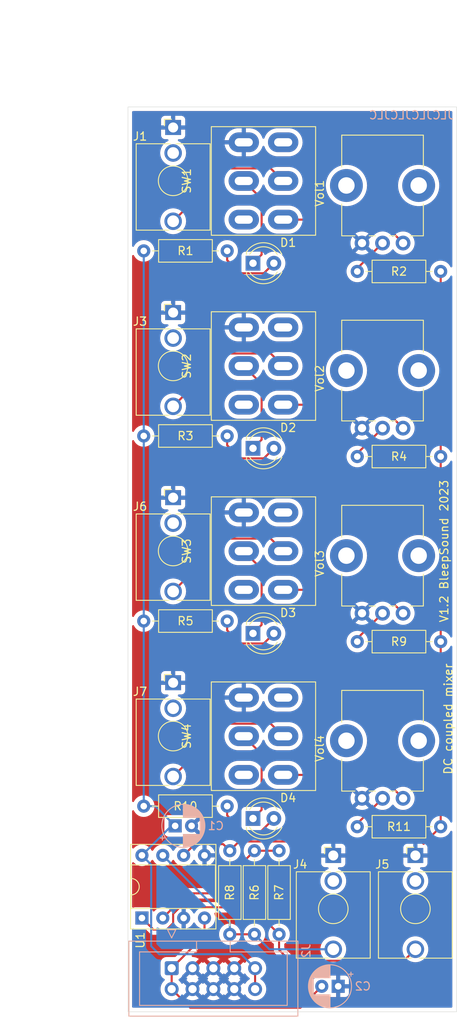
<source format=kicad_pcb>
(kicad_pcb (version 20221018) (generator pcbnew)
  (layers (0 "F.Cu" signal) (31 "B.Cu" signal) (34 "B.Paste" user) (35 "F.Paste" user) (36 "B.SilkS" user "B.Silkscreen") (37 "F.SilkS" user "F.Silkscreen") (38 "B.Mask" user) (39 "F.Mask" user) (44 "Edge.Cuts" user))
  (net 0 "")
  (net 1 "GND")
  (net 2 "+12V")
  (net 3 "-12V")
  (net 4 "Net-(D1-K)")
  (net 5 "Net-(D1-A)")
  (net 6 "Net-(J4-PadT)")
  (net 7 "Net-(J7-PadT)")
  (net 8 "Net-(D2-K)")
  (net 9 "Net-(D2-A)")
  (net 10 "Net-(R2-Pad2)")
  (net 11 "Net-(R4-Pad2)")
  (net 13 "Net-(D3-K)")
  (net 14 "Net-(R9-Pad2)")
  (net 15 "Net-(R11-Pad2)")
  (net 16 "Net-(D3-A)")
  (net 17 "Net-(D4-K)")
  (net 18 "Net-(D4-A)")
  (net 19 "Net-(U1B--)")
  (net 20 "Net-(U1A--)")
  (net 21 "Net-(J1-PadT)")
  (net 22 "Net-(J3-PadT)")
  (net 23 "Net-(J5-PadT)")
  (net 25 "Net-(J6-PadT)")
  (net 28 "Net-(SW1-C-Pad6)")
  (net 31 "Net-(SW2-C-Pad6)")
  (net 35 "Net-(SW3-C-Pad6)")
  (net 38 "Net-(SW4-C-Pad6)")
  (footprint "Kicad-perso:Pot-bourns-alpha" (layer "F.Cu") (at 63.5 92.55 90)
    (fp_text reference "Vol3" (at 6.05 -10.15 90) (layer "F.SilkS"))
    (fp_text value "10k")
    (pad "" np_thru_hole circle (at 7 -6.9 90) (size 4 4) (drill 2) (layers "F&B.Cu" "*.Mask"))
    (pad "" np_thru_hole circle (at 7 1.9 90) (size 4 4) (drill 2) (layers "*.Cu" "*.Mask"))
    (pad "1" thru_hole circle (at 0 -5 90) (size 1.8 1.8) (drill 1) (layers "*.Cu" "*.Mask") (net 1 "GND"))
    (pad "2" thru_hole circle (at 0 -2.5 90) (size 1.8 1.8) (drill 1) (layers "*.Cu" "*.Mask") (net 14 "Net-(R9-Pad2)"))
    (pad "3" thru_hole circle (at 0 0 90) (size 1.8 1.8) (drill 1) (layers "*.Cu" "*.Mask") (net 35 "Net-(SW3-C-Pad6)"))
  )
  (footprint "Kicad-perso:Pot-bourns-alpha" (layer "F.Cu") (at 63.5 115.05 90)
    (fp_text reference "Vol4" (at 6.05 -10.15 90) (layer "F.SilkS"))
    (fp_text value "10k")
    (pad "" np_thru_hole circle (at 7 -6.9 90) (size 4 4) (drill 2) (layers "F&B.Cu" "*.Mask"))
    (pad "" np_thru_hole circle (at 7 1.9 90) (size 4 4) (drill 2) (layers "*.Cu" "*.Mask"))
    (pad "1" thru_hole circle (at 0 -5 90) (size 1.8 1.8) (drill 1) (layers "*.Cu" "*.Mask") (net 1 "GND"))
    (pad "2" thru_hole circle (at 0 -2.5 90) (size 1.8 1.8) (drill 1) (layers "*.Cu" "*.Mask") (net 15 "Net-(R11-Pad2)"))
    (pad "3" thru_hole circle (at 0 0 90) (size 1.8 1.8) (drill 1) (layers "*.Cu" "*.Mask") (net 38 "Net-(SW4-C-Pad6)"))
  )
  (footprint "Kicad-perso:Thonkiconn" (layer "F.Cu") (at 55 122)
    (fp_text reference "J4" (at -4.03 1.08 180) (layer "F.SilkS"))
    (fp_text value "InvOut")
    (pad "S" thru_hole rect (at 0 0 180) (size 1.93 1.83) (drill 1.22) (layers "*.Cu" "*.Mask") (net 1 "GND"))
    (pad "T" thru_hole circle (at 0 11.4 180) (size 2.13 2.13) (drill 1.43) (layers "*.Cu" "*.Mask") (net 6 "Net-(J4-PadT)"))
    (pad "TN" thru_hole circle (at 0 3.1 180) (size 2.13 2.13) (drill 1.42) (layers "*.Cu" "*.Mask"))
  )
  (footprint "Kicad-perso:SW_DPDT_Toggle" (layer "F.Cu") (at 46.5 107.5 90)
    (fp_text reference "SW4" (at 0 -9.35 90) (layer "F.SilkS"))
    (fp_text value "Mute")
    (pad "1" thru_hole oval (at 4.7 -2.4 180) (size 3.7 2.4) (drill oval 2.2 1) (layers "*.Cu" "*.Mask") (net 1 "GND"))
    (pad "2" thru_hole oval (at 0 -2.4 180) (size 3.7 2.4) (drill oval 2.2 1) (layers "*.Cu" "*.Mask") (net 17 "Net-(D4-K)"))
    (pad "3" thru_hole oval (at -4.7 -2.4 180) (size 3.7 2.4) (drill oval 2.2 1) (layers "*.Cu" "*.Mask"))
    (pad "4" thru_hole oval (at 4.7 2.4 180) (size 3.7 2.4) (drill oval 2.2 1) (layers "*.Cu" "*.Mask"))
    (pad "5" thru_hole oval (at 0 2.4 180) (size 3.7 2.4) (drill oval 2.2 1) (layers "*.Cu" "*.Mask") (net 7 "Net-(J7-PadT)"))
    (pad "6" thru_hole oval (at -4.7 2.4 180) (size 3.7 2.4) (drill oval 2.2 1) (layers "*.Cu" "*.Mask") (net 38 "Net-(SW4-C-Pad6)"))
  )
  (footprint "Resistor_THT:R_Axial_DIN0207_L6.3mm_D2.5mm_P10.16mm_Horizontal" (layer "F.Cu") (at 42.4 131.58 90)
    (fp_text reference "R8" (at 5.08 0 90) (layer "F.SilkS"))
    (fp_text value "100k")
    (pad "1" thru_hole circle (at 0 0 90) (size 1.6 1.6) (drill 0.8) (layers "*.Cu" "*.Mask") (net 6 "Net-(J4-PadT)"))
    (pad "2" thru_hole oval (at 10.16 0 90) (size 1.6 1.6) (drill 0.8) (layers "*.Cu" "*.Mask") (net 19 "Net-(U1B--)"))
  )
  (footprint "LED_THT:LED_D4.0mm" (layer "F.Cu") (at 45.225 72.5)
    (fp_text reference "D2" (at 4.275 -2.5) (layer "F.SilkS"))
    (fp_text value "LED-mute")
    (pad "1" thru_hole rect (at 0 0) (size 1.8 1.8) (drill 0.9) (layers "*.Cu" "*.Mask") (net 8 "Net-(D2-K)"))
    (pad "2" thru_hole circle (at 2.54 0) (size 1.8 1.8) (drill 0.9) (layers "*.Cu" "*.Mask") (net 9 "Net-(D2-A)"))
  )
  (footprint "Resistor_THT:R_Axial_DIN0207_L6.3mm_D2.5mm_P10.16mm_Horizontal" (layer "F.Cu") (at 68.08 118.5 180)
    (fp_text reference "R11" (at 5.08 0) (layer "F.SilkS"))
    (fp_text value "100k")
    (pad "1" thru_hole circle (at 0 0 180) (size 1.6 1.6) (drill 0.8) (layers "*.Cu" "*.Mask") (net 19 "Net-(U1B--)"))
    (pad "2" thru_hole oval (at 10.16 0 180) (size 1.6 1.6) (drill 0.8) (layers "*.Cu" "*.Mask") (net 15 "Net-(R11-Pad2)"))
  )
  (footprint "Resistor_THT:R_Axial_DIN0207_L6.3mm_D2.5mm_P10.16mm_Horizontal" (layer "F.Cu") (at 68.08 96 180)
    (fp_text reference "R9" (at 5.08 0) (layer "F.SilkS"))
    (fp_text value "100k")
    (pad "1" thru_hole circle (at 0 0 180) (size 1.6 1.6) (drill 0.8) (layers "*.Cu" "*.Mask") (net 19 "Net-(U1B--)"))
    (pad "2" thru_hole oval (at 10.16 0 180) (size 1.6 1.6) (drill 0.8) (layers "*.Cu" "*.Mask") (net 14 "Net-(R9-Pad2)"))
  )
  (footprint "Kicad-perso:Pot-bourns-alpha" (layer "F.Cu") (at 63.5 70.05 90)
    (fp_text reference "Vol2" (at 6.05 -10.15 90) (layer "F.SilkS"))
    (fp_text value "10k")
    (pad "" np_thru_hole circle (at 7 -6.9 90) (size 4 4) (drill 2) (layers "F&B.Cu" "*.Mask"))
    (pad "" np_thru_hole circle (at 7 1.9 90) (size 4 4) (drill 2) (layers "*.Cu" "*.Mask"))
    (pad "1" thru_hole circle (at 0 -5 90) (size 1.8 1.8) (drill 1) (layers "*.Cu" "*.Mask") (net 1 "GND"))
    (pad "2" thru_hole circle (at 0 -2.5 90) (size 1.8 1.8) (drill 1) (layers "*.Cu" "*.Mask") (net 11 "Net-(R4-Pad2)"))
    (pad "3" thru_hole circle (at 0 0 90) (size 1.8 1.8) (drill 1) (layers "*.Cu" "*.Mask") (net 31 "Net-(SW2-C-Pad6)"))
  )
  (footprint "Resistor_THT:R_Axial_DIN0207_L6.3mm_D2.5mm_P10.16mm_Horizontal" (layer "F.Cu") (at 31.92 48.5)
    (fp_text reference "R1" (at 5.08 0) (layer "F.SilkS"))
    (fp_text value "4.7k")
    (pad "1" thru_hole circle (at 0 0) (size 1.6 1.6) (drill 0.8) (layers "*.Cu" "*.Mask") (net 2 "+12V"))
    (pad "2" thru_hole oval (at 10.16 0) (size 1.6 1.6) (drill 0.8) (layers "*.Cu" "*.Mask") (net 5 "Net-(D1-A)"))
  )
  (footprint "Kicad-perso:Thonkiconn" (layer "F.Cu") (at 35.5 56)
    (fp_text reference "J3" (at -4.03 1.08 180) (layer "F.SilkS"))
    (fp_text value "In")
    (pad "S" thru_hole rect (at 0 0 180) (size 1.93 1.83) (drill 1.22) (layers "*.Cu" "*.Mask") (net 1 "GND"))
    (pad "T" thru_hole circle (at 0 11.4 180) (size 2.13 2.13) (drill 1.43) (layers "*.Cu" "*.Mask") (net 22 "Net-(J3-PadT)"))
    (pad "TN" thru_hole circle (at 0 3.1 180) (size 2.13 2.13) (drill 1.42) (layers "*.Cu" "*.Mask"))
  )
  (footprint "Resistor_THT:R_Axial_DIN0207_L6.3mm_D2.5mm_P10.16mm_Horizontal" (layer "F.Cu") (at 31.92 116)
    (fp_text reference "R10" (at 5.08 0) (layer "F.SilkS"))
    (fp_text value "4.7k")
    (pad "1" thru_hole circle (at 0 0) (size 1.6 1.6) (drill 0.8) (layers "*.Cu" "*.Mask") (net 2 "+12V"))
    (pad "2" thru_hole oval (at 10.16 0) (size 1.6 1.6) (drill 0.8) (layers "*.Cu" "*.Mask") (net 18 "Net-(D4-A)"))
  )
  (footprint "LED_THT:LED_D4.0mm" (layer "F.Cu") (at 45.225 95)
    (fp_text reference "D3" (at 4.275 -2.5) (layer "F.SilkS"))
    (fp_text value "LED-mute")
    (pad "1" thru_hole rect (at 0 0) (size 1.8 1.8) (drill 0.9) (layers "*.Cu" "*.Mask") (net 13 "Net-(D3-K)"))
    (pad "2" thru_hole circle (at 2.54 0) (size 1.8 1.8) (drill 0.9) (layers "*.Cu" "*.Mask") (net 16 "Net-(D3-A)"))
  )
  (footprint "Kicad-perso:Thonkiconn" (layer "F.Cu") (at 35.5 78.5)
    (fp_text reference "J6" (at -4.03 1.08 180) (layer "F.SilkS"))
    (fp_text value "In")
    (pad "S" thru_hole rect (at 0 0 180) (size 1.93 1.83) (drill 1.22) (layers "*.Cu" "*.Mask") (net 1 "GND"))
    (pad "T" thru_hole circle (at 0 11.4 180) (size 2.13 2.13) (drill 1.43) (layers "*.Cu" "*.Mask") (net 25 "Net-(J6-PadT)"))
    (pad "TN" thru_hole circle (at 0 3.1 180) (size 2.13 2.13) (drill 1.42) (layers "*.Cu" "*.Mask"))
  )
  (footprint "Kicad-perso:Thonkiconn" (layer "F.Cu") (at 35.5 101)
    (fp_text reference "J7" (at -4.03 1.08 180) (layer "F.SilkS"))
    (fp_text value "In")
    (pad "S" thru_hole rect (at 0 0 180) (size 1.93 1.83) (drill 1.22) (layers "*.Cu" "*.Mask") (net 1 "GND"))
    (pad "T" thru_hole circle (at 0 11.4 180) (size 2.13 2.13) (drill 1.43) (layers "*.Cu" "*.Mask") (net 7 "Net-(J7-PadT)"))
    (pad "TN" thru_hole circle (at 0 3.1 180) (size 2.13 2.13) (drill 1.42) (layers "*.Cu" "*.Mask"))
  )
  (footprint "Resistor_THT:R_Axial_DIN0207_L6.3mm_D2.5mm_P10.16mm_Horizontal" (layer "F.Cu") (at 31.92 71)
    (fp_text reference "R3" (at 5.08 0) (layer "F.SilkS"))
    (fp_text value "4.7k")
    (pad "1" thru_hole circle (at 0 0) (size 1.6 1.6) (drill 0.8) (layers "*.Cu" "*.Mask") (net 2 "+12V"))
    (pad "2" thru_hole oval (at 10.16 0) (size 1.6 1.6) (drill 0.8) (layers "*.Cu" "*.Mask") (net 9 "Net-(D2-A)"))
  )
  (footprint "Kicad-perso:Thonkiconn" (layer "F.Cu") (at 35.5 33.5)
    (fp_text reference "J1" (at -4.03 1.08 180) (layer "F.SilkS"))
    (fp_text value "In")
    (pad "S" thru_hole rect (at 0 0 180) (size 1.93 1.83) (drill 1.22) (layers "*.Cu" "*.Mask") (net 1 "GND"))
    (pad "T" thru_hole circle (at 0 11.4 180) (size 2.13 2.13) (drill 1.43) (layers "*.Cu" "*.Mask") (net 21 "Net-(J1-PadT)"))
    (pad "TN" thru_hole circle (at 0 3.1 180) (size 2.13 2.13) (drill 1.42) (layers "*.Cu" "*.Mask"))
  )
  (footprint "Resistor_THT:R_Axial_DIN0207_L6.3mm_D2.5mm_P10.16mm_Horizontal" (layer "F.Cu") (at 48.4 131.58 90)
    (fp_text reference "R7" (at 5.08 0 90) (layer "F.SilkS"))
    (fp_text value "10k")
    (pad "1" thru_hole circle (at 0 0 90) (size 1.6 1.6) (drill 0.8) (layers "*.Cu" "*.Mask") (net 23 "Net-(J5-PadT)"))
    (pad "2" thru_hole oval (at 10.16 0 90) (size 1.6 1.6) (drill 0.8) (layers "*.Cu" "*.Mask") (net 20 "Net-(U1A--)"))
  )
  (footprint "Kicad-perso:SW_DPDT_Toggle" (layer "F.Cu") (at 46.5 40 90)
    (fp_text reference "SW1" (at 0 -9.35 90) (layer "F.SilkS"))
    (fp_text value "Mute")
    (pad "1" thru_hole oval (at 4.7 -2.4 180) (size 3.7 2.4) (drill oval 2.2 1) (layers "*.Cu" "*.Mask") (net 1 "GND"))
    (pad "2" thru_hole oval (at 0 -2.4 180) (size 3.7 2.4) (drill oval 2.2 1) (layers "*.Cu" "*.Mask") (net 4 "Net-(D1-K)"))
    (pad "3" thru_hole oval (at -4.7 -2.4 180) (size 3.7 2.4) (drill oval 2.2 1) (layers "*.Cu" "*.Mask"))
    (pad "4" thru_hole oval (at 4.7 2.4 180) (size 3.7 2.4) (drill oval 2.2 1) (layers "*.Cu" "*.Mask"))
    (pad "5" thru_hole oval (at 0 2.4 180) (size 3.7 2.4) (drill oval 2.2 1) (layers "*.Cu" "*.Mask") (net 21 "Net-(J1-PadT)"))
    (pad "6" thru_hole oval (at -4.7 2.4 180) (size 3.7 2.4) (drill oval 2.2 1) (layers "*.Cu" "*.Mask") (net 28 "Net-(SW1-C-Pad6)"))
  )
  (footprint "Kicad-perso:Pot-bourns-alpha" (layer "F.Cu") (at 63.5 47.55 90)
    (fp_text reference "Vol1" (at 6.05 -10.15 90) (layer "F.SilkS"))
    (fp_text value "10k")
    (pad "" np_thru_hole circle (at 7 -6.9 90) (size 4 4) (drill 2) (layers "F&B.Cu" "*.Mask"))
    (pad "" np_thru_hole circle (at 7 1.9 90) (size 4 4) (drill 2) (layers "*.Cu" "*.Mask"))
    (pad "1" thru_hole circle (at 0 -5 90) (size 1.8 1.8) (drill 1) (layers "*.Cu" "*.Mask") (net 1 "GND"))
    (pad "2" thru_hole circle (at 0 -2.5 90) (size 1.8 1.8) (drill 1) (layers "*.Cu" "*.Mask") (net 10 "Net-(R2-Pad2)"))
    (pad "3" thru_hole circle (at 0 0 90) (size 1.8 1.8) (drill 1) (layers "*.Cu" "*.Mask") (net 28 "Net-(SW1-C-Pad6)"))
  )
  (footprint "Resistor_THT:R_Axial_DIN0207_L6.3mm_D2.5mm_P10.16mm_Horizontal" (layer "F.Cu") (at 31.92 93.5)
    (fp_text reference "R5" (at 5.08 0) (layer "F.SilkS"))
    (fp_text value "4.7k")
    (pad "1" thru_hole circle (at 0 0) (size 1.6 1.6) (drill 0.8) (layers "*.Cu" "*.Mask") (net 2 "+12V"))
    (pad "2" thru_hole oval (at 10.16 0) (size 1.6 1.6) (drill 0.8) (layers "*.Cu" "*.Mask") (net 16 "Net-(D3-A)"))
  )
  (footprint "LED_THT:LED_D4.0mm" (layer "F.Cu") (at 45.225 117.5)
    (fp_text reference "D4" (at 4.275 -2.5) (layer "F.SilkS"))
    (fp_text value "LED-mute")
    (pad "1" thru_hole rect (at 0 0) (size 1.8 1.8) (drill 0.9) (layers "*.Cu" "*.Mask") (net 17 "Net-(D4-K)"))
    (pad "2" thru_hole circle (at 2.54 0) (size 1.8 1.8) (drill 0.9) (layers "*.Cu" "*.Mask") (net 18 "Net-(D4-A)"))
  )
  (footprint "Resistor_THT:R_Axial_DIN0207_L6.3mm_D2.5mm_P10.16mm_Horizontal" (layer "F.Cu") (at 68.08 73.5 180)
    (fp_text reference "R4" (at 5.08 0) (layer "F.SilkS"))
    (fp_text value "100k")
    (pad "1" thru_hole circle (at 0 0 180) (size 1.6 1.6) (drill 0.8) (layers "*.Cu" "*.Mask") (net 19 "Net-(U1B--)"))
    (pad "2" thru_hole oval (at 10.16 0 180) (size 1.6 1.6) (drill 0.8) (layers "*.Cu" "*.Mask") (net 11 "Net-(R4-Pad2)"))
  )
  (footprint "Resistor_THT:R_Axial_DIN0207_L6.3mm_D2.5mm_P10.16mm_Horizontal" (layer "F.Cu") (at 68.08 51 180)
    (fp_text reference "R2" (at 5.08 0) (layer "F.SilkS"))
    (fp_text value "100k")
    (pad "1" thru_hole circle (at 0 0 180) (size 1.6 1.6) (drill 0.8) (layers "*.Cu" "*.Mask") (net 19 "Net-(U1B--)"))
    (pad "2" thru_hole oval (at 10.16 0 180) (size 1.6 1.6) (drill 0.8) (layers "*.Cu" "*.Mask") (net 10 "Net-(R2-Pad2)"))
  )
  (footprint "Kicad-perso:SW_DPDT_Toggle" (layer "F.Cu") (at 46.5 85 90)
    (fp_text reference "SW3" (at 0 -9.35 90) (layer "F.SilkS"))
    (fp_text value "Mute")
    (pad "1" thru_hole oval (at 4.7 -2.4 180) (size 3.7 2.4) (drill oval 2.2 1) (layers "*.Cu" "*.Mask") (net 1 "GND"))
    (pad "2" thru_hole oval (at 0 -2.4 180) (size 3.7 2.4) (drill oval 2.2 1) (layers "*.Cu" "*.Mask") (net 13 "Net-(D3-K)"))
    (pad "3" thru_hole oval (at -4.7 -2.4 180) (size 3.7 2.4) (drill oval 2.2 1) (layers "*.Cu" "*.Mask"))
    (pad "4" thru_hole oval (at 4.7 2.4 180) (size 3.7 2.4) (drill oval 2.2 1) (layers "*.Cu" "*.Mask"))
    (pad "5" thru_hole oval (at 0 2.4 180) (size 3.7 2.4) (drill oval 2.2 1) (layers "*.Cu" "*.Mask") (net 25 "Net-(J6-PadT)"))
    (pad "6" thru_hole oval (at -4.7 2.4 180) (size 3.7 2.4) (drill oval 2.2 1) (layers "*.Cu" "*.Mask") (net 35 "Net-(SW3-C-Pad6)"))
  )
  (footprint "Kicad-perso:SW_DPDT_Toggle" (layer "F.Cu") (at 46.5 62.5 90)
    (fp_text reference "SW2" (at 0 -9.35 90) (layer "F.SilkS"))
    (fp_text value "Mute")
    (pad "1" thru_hole oval (at 4.7 -2.4 180) (size 3.7 2.4) (drill oval 2.2 1) (layers "*.Cu" "*.Mask") (net 1 "GND"))
    (pad "2" thru_hole oval (at 0 -2.4 180) (size 3.7 2.4) (drill oval 2.2 1) (layers "*.Cu" "*.Mask") (net 8 "Net-(D2-K)"))
    (pad "3" thru_hole oval (at -4.7 -2.4 180) (size 3.7 2.4) (drill oval 2.2 1) (layers "*.Cu" "*.Mask"))
    (pad "4" thru_hole oval (at 4.7 2.4 180) (size 3.7 2.4) (drill oval 2.2 1) (layers "*.Cu" "*.Mask"))
    (pad "5" thru_hole oval (at 0 2.4 180) (size 3.7 2.4) (drill oval 2.2 1) (layers "*.Cu" "*.Mask") (net 22 "Net-(J3-PadT)"))
    (pad "6" thru_hole oval (at -4.7 2.4 180) (size 3.7 2.4) (drill oval 2.2 1) (layers "*.Cu" "*.Mask") (net 31 "Net-(SW2-C-Pad6)"))
  )
  (footprint "Resistor_THT:R_Axial_DIN0207_L6.3mm_D2.5mm_P10.16mm_Horizontal" (layer "F.Cu") (at 45.4 121.42 -90)
    (fp_text reference "R6" (at 5.08 0 -270) (layer "F.SilkS"))
    (fp_text value "10k")
    (pad "1" thru_hole circle (at 0 0 270) (size 1.6 1.6) (drill 0.8) (layers "*.Cu" "*.Mask") (net 20 "Net-(U1A--)"))
    (pad "2" thru_hole oval (at 10.16 0 270) (size 1.6 1.6) (drill 0.8) (layers "*.Cu" "*.Mask") (net 6 "Net-(J4-PadT)"))
  )
  (footprint "Kicad-perso:Thonkiconn" (layer "F.Cu") (at 65 122)
    (fp_text reference "J5" (at -4.03 1.08 180) (layer "F.SilkS"))
    (fp_text value "Out")
    (pad "S" thru_hole rect (at 0 0 180) (size 1.93 1.83) (drill 1.22) (layers "*.Cu" "*.Mask") (net 1 "GND"))
    (pad "T" thru_hole circle (at 0 11.4 180) (size 2.13 2.13) (drill 1.43) (layers "*.Cu" "*.Mask") (net 23 "Net-(J5-PadT)"))
    (pad "TN" thru_hole circle (at 0 3.1 180) (size 2.13 2.13) (drill 1.42) (layers "*.Cu" "*.Mask"))
  )
  (footprint "LED_THT:LED_D4.0mm" (layer "F.Cu") (at 45.225 50)
    (fp_text reference "D1" (at 4.275 -2.5) (layer "F.SilkS"))
    (fp_text value "LED-mute")
    (pad "1" thru_hole rect (at 0 0) (size 1.8 1.8) (drill 0.9) (layers "*.Cu" "*.Mask") (net 4 "Net-(D1-K)"))
    (pad "2" thru_hole circle (at 2.54 0) (size 1.8 1.8) (drill 0.9) (layers "*.Cu" "*.Mask") (net 5 "Net-(D1-A)"))
  )
  (footprint "Package_DIP:DIP-8_W7.62mm_Socket" (layer "F.Cu") (at 31.7 129.6 90)
    (fp_text reference "U1" (at -2.7 -0.2 90) (layer "F.SilkS"))
    (fp_text value "TL072")
    (pad "1" thru_hole rect (at 0 0 90) (size 1.6 1.6) (drill 0.8) (layers "*.Cu" "*.Mask") (net 23 "Net-(J5-PadT)"))
    (pad "2" thru_hole oval (at 0 2.54 90) (size 1.6 1.6) (drill 0.8) (layers "*.Cu" "*.Mask") (net 20 "Net-(U1A--)"))
    (pad "3" thru_hole oval (at 0 5.08 90) (size 1.6 1.6) (drill 0.8) (layers "*.Cu" "*.Mask") (net 1 "GND"))
    (pad "4" thru_hole oval (at 0 7.62 90) (size 1.6 1.6) (drill 0.8) (layers "*.Cu" "*.Mask") (net 3 "-12V"))
    (pad "5" thru_hole oval (at 7.62 7.62 90) (size 1.6 1.6) (drill 0.8) (layers "*.Cu" "*.Mask") (net 1 "GND"))
    (pad "6" thru_hole oval (at 7.62 5.08 90) (size 1.6 1.6) (drill 0.8) (layers "*.Cu" "*.Mask") (net 19 "Net-(U1B--)"))
    (pad "7" thru_hole oval (at 7.62 2.54 90) (size 1.6 1.6) (drill 0.8) (layers "*.Cu" "*.Mask") (net 6 "Net-(J4-PadT)"))
    (pad "8" thru_hole oval (at 7.62 0 90) (size 1.6 1.6) (drill 0.8) (layers "*.Cu" "*.Mask") (net 2 "+12V"))
  )
  (footprint "Capacitor_THT:CP_Radial_D5.0mm_P2.00mm" (layer "B.Cu") (at 35.744888 118.4)
    (fp_text reference "C1" (at 4.955112 0) (layer "B.SilkS") (effects (justify mirror)))
    (fp_text value "10µ")
    (pad "1" thru_hole rect (at 0 0) (size 1.6 1.6) (drill 0.8) (layers "*.Cu" "*.Mask") (net 2 "+12V"))
    (pad "2" thru_hole circle (at 2 0) (size 1.6 1.6) (drill 0.8) (layers "*.Cu" "*.Mask") (net 1 "GND"))
  )
  (footprint "Capacitor_THT:CP_Radial_D5.0mm_P2.00mm" (layer "B.Cu") (at 55.6 137.9 180)
    (fp_text reference "C2" (at -3 0) (layer "B.SilkS") (effects (justify mirror)))
    (fp_text value "10µ")
    (pad "1" thru_hole rect (at 0 0 180) (size 1.6 1.6) (drill 0.8) (layers "*.Cu" "*.Mask") (net 1 "GND"))
    (pad "2" thru_hole circle (at 2 0 180) (size 1.6 1.6) (drill 0.8) (layers "*.Cu" "*.Mask") (net 3 "-12V"))
  )
  (footprint "Connector_IDC:IDC-Header_2x05_P2.54mm_Vertical" (layer "B.Cu") (at 35.32 135.7 -90)
    (fp_text reference "J2" (at -2.1 -16.38 90) (layer "B.SilkS") (effects (justify mirror)))
    (fp_text value "Power Input")
    (pad "1" thru_hole roundrect (at 0 0 270) (size 1.7 1.7) (drill 1) (layers "*.Cu" "*.Mask") (roundrect_rratio 0.147059) (net 3 "-12V"))
    (pad "2" thru_hole circle (at 2.54 0 270) (size 1.7 1.7) (drill 1) (layers "*.Cu" "*.Mask") (net 3 "-12V"))
    (pad "3" thru_hole circle (at 0 -2.54 270) (size 1.7 1.7) (drill 1) (layers "*.Cu" "*.Mask") (net 1 "GND"))
    (pad "4" thru_hole circle (at 2.54 -2.54 270) (size 1.7 1.7) (drill 1) (layers "*.Cu" "*.Mask") (net 1 "GND"))
    (pad "5" thru_hole circle (at 0 -5.08 270) (size 1.7 1.7) (drill 1) (layers "*.Cu" "*.Mask") (net 1 "GND"))
    (pad "6" thru_hole circle (at 2.54 -5.08 270) (size 1.7 1.7) (drill 1) (layers "*.Cu" "*.Mask") (net 1 "GND"))
    (pad "7" thru_hole circle (at 0 -7.62 270) (size 1.7 1.7) (drill 1) (layers "*.Cu" "*.Mask") (net 1 "GND"))
    (pad "8" thru_hole circle (at 2.54 -7.62 270) (size 1.7 1.7) (drill 1) (layers "*.Cu" "*.Mask") (net 1 "GND"))
    (pad "9" thru_hole circle (at 0 -10.16 270) (size 1.7 1.7) (drill 1) (layers "*.Cu" "*.Mask") (net 2 "+12V"))
    (pad "10" thru_hole circle (at 2.54 -10.16 270) (size 1.7 1.7) (drill 1) (layers "*.Cu" "*.Mask") (net 2 "+12V"))
  )
  (gr_line (start 69.999999 31) (end 70 141) (stroke (width 0.05)) (layer "Edge.Cuts"))
  (gr_line (start 30 31) (end 30 141) (stroke (width 0.05)) (layer "Edge.Cuts"))
  (gr_line (start 30 31) (end 69.999999 31) (stroke (width 0.05)) (layer "Edge.Cuts"))
  (gr_line (start 30 141) (end 70 141) (stroke (width 0.05)) (layer "Edge.Cuts"))
  (gr_text "JLCJLCJLCJLC\n" (at 64.5 32) (layer "B.SilkS") (effects (font (size 1 1)) (justify mirror)))
  (gr_text "DC coupled mixer\n" (at 69 105.4 90) (layer "F.SilkS") (effects (font (size 1 1))))
  (gr_text "V1.2 BleepSound 2023\n" (at 68.5 85 90) (layer "F.SilkS") (effects (font (size 1 1))))
  (segment (start 45.48 138.24) (end 45.48 135.7) (width 0.25) (layer "F.Cu") (net 2))
  (segment (start 32.825 123.105) (end 31.7 121.98) (width 0.25) (layer "B.Cu") (net 2))
  (segment (start 35.744888 118.4) (end 35.28 118.4) (width 0.25) (layer "B.Cu") (net 2))
  (segment (start 32.044888 116.124888) (end 31.92 116) (width 0.25) (layer "B.Cu") (net 2))
  (segment (start 35.28 118.4) (end 31.7 121.98) (width 0.25) (layer "B.Cu") (net 2))
  (segment (start 45.48 135.7) (end 43.78 134) (width 0.25) (layer "B.Cu") (net 2))
  (segment (start 43.78 134) (end 33.8 134) (width 0.25) (layer "B.Cu") (net 2))
  (segment (start 33.8 134) (end 32.825 133.025) (width 0.25) (layer "B.Cu") (net 2))
  (segment (start 33.344888 116) (end 35.744888 118.4) (width 0.25) (layer "B.Cu") (net 2))
  (segment (start 31.92 71) (end 31.92 48.5) (width 0.25) (layer "B.Cu") (net 2))
  (segment (start 32.825 133.025) (end 32.825 123.105) (width 0.25) (layer "B.Cu") (net 2))
  (segment (start 31.92 116) (end 31.92 93.5) (width 0.25) (layer "B.Cu") (net 2))
  (segment (start 31.92 116) (end 33.344888 116) (width 0.25) (layer "B.Cu") (net 2))
  (segment (start 31.92 93.5) (end 31.92 71) (width 0.25) (layer "B.Cu") (net 2))
  (segment (start 39.32 131.7) (end 35.32 135.7) (width 0.25) (layer "F.Cu") (net 3))
  (segment (start 39.32 129.6) (end 39.32 131.7) (width 0.25) (layer "F.Cu") (net 3))
  (segment (start 35.32 138.24) (end 37.58 140.5) (width 0.25) (layer "F.Cu") (net 3))
  (segment (start 51 140.5) (end 53.6 137.9) (width 0.25) (layer "F.Cu") (net 3))
  (segment (start 37.58 140.5) (end 51 140.5) (width 0.25) (layer "F.Cu") (net 3))
  (segment (start 35.32 135.7) (end 35.32 138.24) (width 0.25) (layer "F.Cu") (net 3))
  (segment (start 46.27452 42.17452) (end 44.1 40) (width 0.25) (layer "F.Cu") (net 4))
  (segment (start 45.225 50) (end 46.27452 48.95048) (width 0.25) (layer "F.Cu") (net 4))
  (segment (start 46.27452 48.95048) (end 46.27452 42.17452) (width 0.25) (layer "F.Cu") (net 4))
  (segment (start 42.08 48.5) (end 42.08 49.63137) (width 0.25) (layer "F.Cu") (net 5))
  (segment (start 43.673141 51.224511) (end 46.540489 51.224511) (width 0.25) (layer "F.Cu") (net 5))
  (segment (start 42.08 49.63137) (end 43.673141 51.224511) (width 0.25) (layer "F.Cu") (net 5))
  (segment (start 46.540489 51.224511) (end 47.765 50) (width 0.25) (layer "F.Cu") (net 5))
  (segment (start 45.4 131.58) (end 42.4 131.58) (width 0.25) (layer "F.Cu") (net 6))
  (segment (start 47.22 133.4) (end 45.4 131.58) (width 0.25) (layer "B.Cu") (net 6))
  (segment (start 42.4 131.58) (end 42.4 130.14) (width 0.25) (layer "B.Cu") (net 6))
  (segment (start 42.4 130.14) (end 34.24 121.98) (width 0.25) (layer "B.Cu") (net 6))
  (segment (start 55 133.4) (end 47.22 133.4) (width 0.25) (layer "B.Cu") (net 6))
  (segment (start 47.37548 105.97548) (end 41.92452 105.97548) (width 0.25) (layer "F.Cu") (net 7))
  (segment (start 48.9 107.5) (end 47.37548 105.97548) (width 0.25) (layer "F.Cu") (net 7))
  (segment (start 41.92452 105.97548) (end 35.5 112.4) (width 0.25) (layer "F.Cu") (net 7))
  (segment (start 46.27452 71.45048) (end 46.27452 64.67452) (width 0.25) (layer "F.Cu") (net 8))
  (segment (start 45.225 72.5) (end 46.27452 71.45048) (width 0.25) (layer "F.Cu") (net 8))
  (segment (start 46.27452 64.67452) (end 44.1 62.5) (width 0.25) (layer "F.Cu") (net 8))
  (segment (start 46.540489 73.724511) (end 43.673141 73.724511) (width 0.25) (layer "F.Cu") (net 9))
  (segment (start 47.765 72.5) (end 46.540489 73.724511) (width 0.25) (layer "F.Cu") (net 9))
  (segment (start 43.673141 73.724511) (end 42.08 72.13137) (width 0.25) (layer "F.Cu") (net 9))
  (segment (start 42.08 72.13137) (end 42.08 71) (width 0.25) (layer "F.Cu") (net 9))
  (segment (start 61 47.55) (end 57.92 50.63) (width 0.25) (layer "F.Cu") (net 10))
  (segment (start 57.92 50.63) (end 57.92 51) (width 0.25) (layer "F.Cu") (net 10))
  (segment (start 57.92 73.13) (end 57.92 73.5) (width 0.25) (layer "F.Cu") (net 11))
  (segment (start 61 70.05) (end 57.92 73.13) (width 0.25) (layer "F.Cu") (net 11))
  (segment (start 44.1 85) (end 46.27452 87.17452) (width 0.25) (layer "F.Cu") (net 13))
  (segment (start 46.27452 93.95048) (end 45.225 95) (width 0.25) (layer "F.Cu") (net 13))
  (segment (start 46.27452 87.17452) (end 46.27452 93.95048) (width 0.25) (layer "F.Cu") (net 13))
  (segment (start 57.92 95.63) (end 57.92 96) (width 0.25) (layer "F.Cu") (net 14))
  (segment (start 61 92.55) (end 57.92 95.63) (width 0.25) (layer "F.Cu") (net 14))
  (segment (start 61 115.05) (end 57.92 118.13) (width 0.25) (layer "F.Cu") (net 15))
  (segment (start 57.92 118.13) (end 57.92 118.5) (width 0.25) (layer "F.Cu") (net 15))
  (segment (start 42.08 94.63137) (end 43.673141 96.224511) (width 0.25) (layer "F.Cu") (net 16))
  (segment (start 43.673141 96.224511) (end 46.540489 96.224511) (width 0.25) (layer "F.Cu") (net 16))
  (segment (start 46.540489 96.224511) (end 47.765 95) (width 0.25) (layer "F.Cu") (net 16))
  (segment (start 42.08 93.5) (end 42.08 94.63137) (width 0.25) (layer "F.Cu") (net 16))
  (segment (start 46.27452 116.45048) (end 45.225 117.5) (width 0.25) (layer "F.Cu") (net 17))
  (segment (start 44.1 107.5) (end 46.27452 109.67452) (width 0.25) (layer "F.Cu") (net 17))
  (segment (start 46.27452 109.67452) (end 46.27452 116.45048) (width 0.25) (layer "F.Cu") (net 17))
  (segment (start 42.08 116) (end 42.08 117.13137) (width 0.25) (layer "F.Cu") (net 18))
  (segment (start 42.08 117.13137) (end 44.266224 119.317594) (width 0.25) (layer "F.Cu") (net 18))
  (segment (start 44.266224 119.317594) (end 45.947406 119.317594) (width 0.25) (layer "F.Cu") (net 18))
  (segment (start 45.947406 119.317594) (end 47.765 117.5) (width 0.25) (layer "F.Cu") (net 18))
  (segment (start 68.08 73.5) (end 68.08 96) (width 0.25) (layer "F.Cu") (net 19))
  (segment (start 68.08 118.5) (end 66 120.58) (width 0.25) (layer "F.Cu") (net 19))
  (segment (start 38.139999 120.620001) (end 36.78 121.98) (width 0.25) (layer "F.Cu") (net 19))
  (segment (start 68.08 51) (end 68.08 73.5) (width 0.25) (layer "F.Cu") (net 19))
  (segment (start 42.4 121.42) (end 41.600001 120.620001) (width 0.25) (layer "F.Cu") (net 19))
  (segment (start 66 120.58) (end 65.715 120.295) (width 0.25) (layer "F.Cu") (net 19))
  (segment (start 68.08 96) (end 68.08 118.5) (width 0.25) (layer "F.Cu") (net 19))
  (segment (start 43.525 120.295) (end 42.4 121.42) (width 0.25) (layer "F.Cu") (net 19))
  (segment (start 41.600001 120.620001) (end 38.139999 120.620001) (width 0.25) (layer "F.Cu") (net 19))
  (segment (start 65.715 120.295) (end 43.525 120.295) (width 0.25) (layer "F.Cu") (net 19))
  (segment (start 34.24 129.6) (end 37.24 126.6) (width 0.25) (layer "F.Cu") (net 20))
  (segment (start 48.4 121.42) (end 45.4 121.42) (width 0.25) (layer "F.Cu") (net 20))
  (segment (start 37.24 126.6) (end 40.22 126.6) (width 0.25) (layer "F.Cu") (net 20))
  (segment (start 40.22 126.6) (end 45.4 121.42) (width 0.25) (layer "F.Cu") (net 20))
  (segment (start 48.9 40) (end 47.37548 38.47548) (width 0.25) (layer "F.Cu") (net 21))
  (segment (start 47.37548 38.47548) (end 41.92452 38.47548) (width 0.25) (layer "F.Cu") (net 21))
  (segment (start 41.92452 38.47548) (end 35.5 44.9) (width 0.25) (layer "F.Cu") (net 21))
  (segment (start 48.9 62.5) (end 47.37548 60.97548) (width 0.25) (layer "F.Cu") (net 22))
  (segment (start 47.37548 60.97548) (end 41.92452 60.97548) (width 0.25) (layer "F.Cu") (net 22))
  (segment (start 41.92452 60.97548) (end 35.5 67.4) (width 0.25) (layer "F.Cu") (net 22))
  (segment (start 35.5 130.220991) (end 35.5 129.1) (width 0.25) (layer "F.Cu") (net 23))
  (segment (start 63.610489 134.789511) (end 49.709511 134.789511) (width 0.25) (layer "F.Cu") (net 23))
  (segment (start 33.1 131) (end 34.720991 131) (width 0.25) (layer "F.Cu") (net 23))
  (segment (start 36.3 128.3) (end 45.12 128.3) (width 0.25) (layer "F.Cu") (net 23))
  (segment (start 45.12 128.3) (end 48.4 131.58) (width 0.25) (layer "F.Cu") (net 23))
  (segment (start 31.7 129.6) (end 33.1 131) (width 0.25) (layer "F.Cu") (net 23))
  (segment (start 65 133.4) (end 63.610489 134.789511) (width 0.25) (layer "F.Cu") (net 23))
  (segment (start 48.4 131.58) (end 48.4 133.48) (width 0.25) (layer "F.Cu") (net 23))
  (segment (start 35.5 129.1) (end 36.3 128.3) (width 0.25) (layer "F.Cu") (net 23))
  (segment (start 48.4 133.48) (end 49.709511 134.789511) (width 0.25) (layer "F.Cu") (net 23))
  (segment (start 34.720991 131) (end 35.5 130.220991) (width 0.25) (layer "F.Cu") (net 23))
  (segment (start 48.9 85) (end 47.37548 83.47548) (width 0.25) (layer "F.Cu") (net 25))
  (segment (start 47.37548 83.47548) (end 41.92452 83.47548) (width 0.25) (layer "F.Cu") (net 25))
  (segment (start 41.92452 83.47548) (end 35.5 89.9) (width 0.25) (layer "F.Cu") (net 25))
  (segment (start 63.5 47.55) (end 60.65 44.7) (width 0.25) (layer "F.Cu") (net 28))
  (segment (start 60.65 44.7) (end 48.9 44.7) (width 0.25) (layer "F.Cu") (net 28))
  (segment (start 48.9 67.2) (end 60.65 67.2) (width 0.25) (layer "F.Cu") (net 31))
  (segment (start 60.65 67.2) (end 63.5 70.05) (width 0.25) (layer "F.Cu") (net 31))
  (segment (start 60.65 89.7) (end 48.9 89.7) (width 0.25) (layer "F.Cu") (net 35))
  (segment (start 63.5 92.55) (end 60.65 89.7) (width 0.25) (layer "F.Cu") (net 35))
  (segment (start 63.5 115.05) (end 60.65 112.2) (width 0.25) (layer "F.Cu") (net 38))
  (segment (start 60.65 112.2) (end 48.9 112.2) (width 0.25) (layer "F.Cu") (net 38))
  (zone (net 1) (net_name "GND") (layers "F&B.Cu") (connect_pads (clearance 0.508)) (min_thickness 0.254) (fill yes (thermal_gap 0.508) (thermal_bridge_width 0.508))
    (polygon (pts (xy 70 141) (xy 30 141) (xy 30 31) (xy 70 31)))
  )
)
</source>
